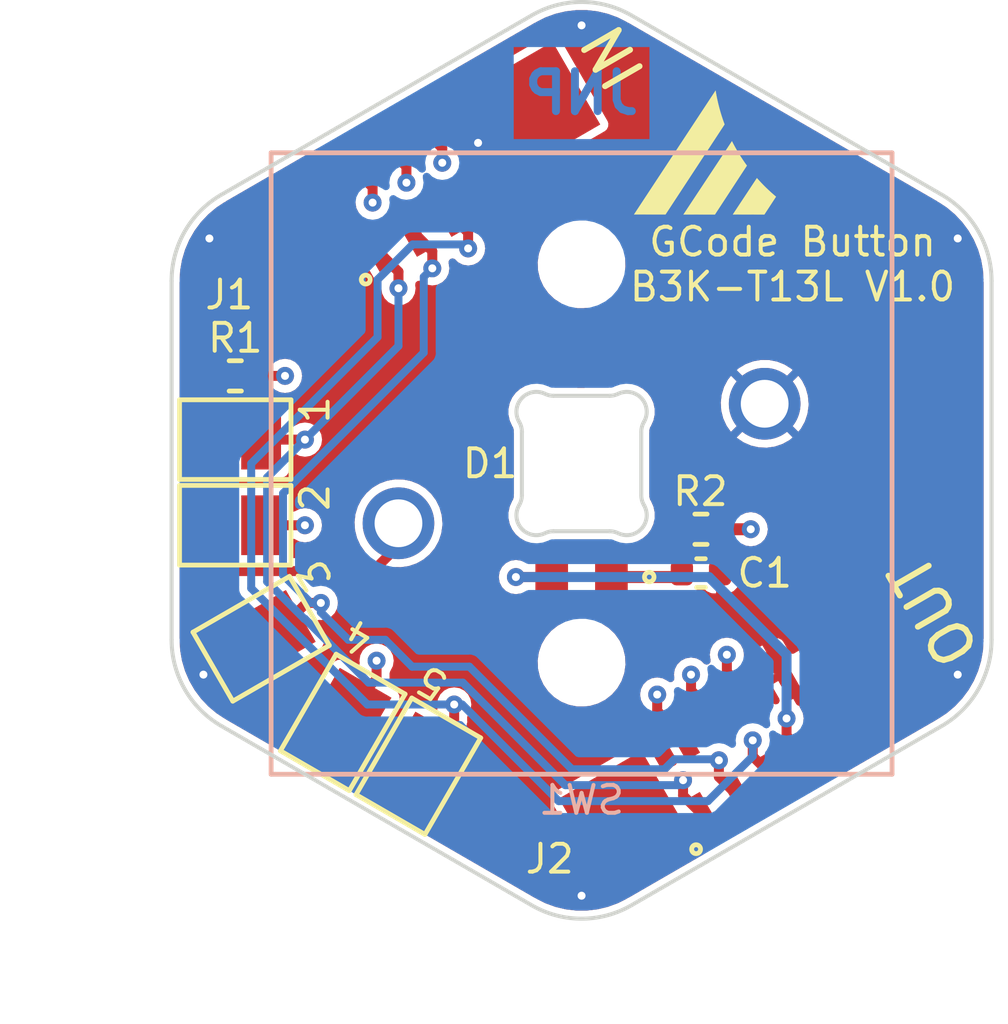
<source format=kicad_pcb>
(kicad_pcb (version 20211014) (generator pcbnew)
  (layers (0 "F.Cu" signal) (1 "In1.Cu" signal) (2 "In2.Cu" signal) (31 "B.Cu" signal) (34 "B.Paste" user) (35 "F.Paste" user) (36 "B.SilkS" user "B.Silkscreen") (37 "F.SilkS" user "F.Silkscreen") (38 "B.Mask" user) (39 "F.Mask" user) (44 "Edge.Cuts" user))
  (net 0 "")
  (net 1 "Net-(C1-Pad1)")
  (net 2 "+5V")
  (net 3 "GND")
  (net 4 "Din")
  (net 5 "Net-(J1-Pad4)")
  (net 6 "Net-(J1-Pad1)")
  (net 7 "Net-(J1-Pad2)")
  (net 8 "Net-(J1-Pad3)")
  (net 9 "Net-(J1-Pad5)")
  (net 10 "Dout")
  (net 11 "Net-(JP1-Pad1)")
  (footprint "Library_B3K-T13L:SolderJumper-2_P1.3mm_Open_Pad1.0x1.5mm" (layer "F.Cu") (at 95.9 107.6 60)
    (fp_text reference "JP5" hide)
    (fp_text value "Jumper_2_Open")
    (fp_line (start 1.4 -1) (end 1.4 1) (layer "F.SilkS") (width 0.12))
    (fp_line (start -1.4 1) (end -1.4 -1) (layer "F.SilkS") (width 0.12))
    (fp_line (start -1.4 -1) (end 1.4 -1) (layer "F.SilkS") (width 0.12))
    (fp_line (start 1.4 1) (end -1.4 1) (layer "F.SilkS") (width 0.12))
    (pad "1" smd rect (at -0.65 0 60) (size 1 1.5) (layers "F.Cu" "F.Mask") (net 11 "Net-(JP1-Pad1)"))
    (pad "2" smd rect (at 0.65 0 60) (size 1 1.5) (layers "F.Cu" "F.Mask") (net 9 "Net-(J1-Pad5)"))
  )
  (footprint "Library_B3K-T13L:SK6812MINI-E" (layer "F.Cu") (at 100 100 90)
    (fp_text reference "D1" (at 0 -2.3) (layer "F.SilkS") (effects (font (size 0.7 0.7) (thickness 0.1))))
    (fp_text value "SK6812mini-e")
    (fp_circle (center -2.85 1.7) (end -2.73 1.7) (layer "F.SilkS") (width 0.12) (fill none))
    (fp_line (start 1.699999 -0.702842) (end 1.699999 0.702842) (layer "Edge.Cuts") (width 0.1))
    (fp_line (start -1.699999 0.702842) (end -1.699999 -0.702842) (layer "Edge.Cuts") (width 0.1))
    (fp_line (start -0.794452 -1.499999) (end 0.794453 -1.499999) (layer "Edge.Cuts") (width 0.1))
    (fp_line (start 0.794452 1.5) (end -0.794452 1.5) (layer "Edge.Cuts") (width 0.1))
    (fp_arc (start 0.794452 1.5) (mid 0.925123 1.517377) (end 1.046711 1.568299) (layer "Edge.Cuts") (width 0.1))
    (fp_arc (start -1.046711 1.568297) (mid -1.63807 1.504034) (end -1.749484 0.91972) (layer "Edge.Cuts") (width 0.1))
    (fp_arc (start -1.749484 -0.91972) (mid -1.712527 -0.814068) (end -1.699999 -0.702842) (layer "Edge.Cuts") (width 0.1))
    (fp_arc (start 1.046711 -1.568298) (mid 1.638071 -1.504035) (end 1.749484 -0.91972) (layer "Edge.Cuts") (width 0.1))
    (fp_arc (start 1.749484 0.91972) (mid 1.71251 0.814071) (end 1.699999 0.702842) (layer "Edge.Cuts") (width 0.1))
    (fp_arc (start 1.749484 0.919719) (mid 1.638073 1.504037) (end 1.046711 1.568299) (layer "Edge.Cuts") (width 0.1))
    (fp_arc (start -0.794453 -1.5) (mid -0.925123 -1.517377) (end -1.046711 -1.568299) (layer "Edge.Cuts") (width 0.1))
    (fp_arc (start 1.046711 -1.568298) (mid 0.925123 -1.517376) (end 0.794453 -1.499999) (layer "Edge.Cuts") (width 0.1))
    (fp_arc (start -1.04671 1.568299) (mid -0.925122 1.517377) (end -0.794452 1.5) (layer "Edge.Cuts") (width 0.1))
    (fp_arc (start 1.699999 -0.702843) (mid 1.712526 -0.814069) (end 1.749484 -0.91972) (layer "Edge.Cuts") (width 0.1))
    (fp_arc (start -1.749484 -0.91972) (mid -1.638071 -1.504035) (end -1.046711 -1.568299) (layer "Edge.Cuts") (width 0.1))
    (fp_arc (start -1.699999 0.702843) (mid -1.712527 0.814068) (end -1.749484 0.91972) (layer "Edge.Cuts") (width 0.1))
    (pad "1" smd roundrect (at -2.85 0.75 180) (size 0.82 1.6) (layers "F.Cu" "F.Paste" "F.Mask") (roundrect_rratio 0.1) (net 1 "Net-(C1-Pad1)"))
    (pad "2" smd roundrect (at -2.85 -0.75 180) (size 0.82 1.6) (layers "F.Cu" "F.Paste" "F.Mask") (roundrect_rratio 0.1) (net 10 "Dout"))
    (pad "3" smd custom (at 2.85 -0.75) (size 0.6 0.6) (layers "F.Cu" "F.Paste" "F.Mask") (net 3 "GND") (options (clearance outline) (anchor circle)) (primitives (gr_poly (pts (xy 0.3 -0.515) (xy 0.295433 -0.537961) (xy 0.282426 -0.557426) (xy 0.262961 -0.570433) (xy 0.24 -0.575) (xy -0.24 -0.575) (xy -0.262961 -0.570433) (xy -0.282426 -0.557426) (xy -0.295433 -0.537961) (xy -0.3 -0.515) (xy -0.3 0.515) (xy -0.295433 0.537961) (xy -0.282426 0.557426) (xy -0.262961 0.570433) (xy -0.24 0.575) (xy 0.24 0.575) (xy 0.262961 0.570433) (xy 0.282426 0.557426) (xy 0.295433 0.537961) (xy 0.3 0.515)) (width 0) (fill yes)) (gr_poly (pts (xy -0.15 -0.775) (xy -0.45 -0.475) (xy -0.45 0.795) (xy 0.35 0.795) (xy 0.35 -0.775)) (width 0.01) (fill yes))))
    (pad "4" smd roundrect (at 2.85 0.75) (size 0.82 1.6) (layers "F.Cu" "F.Paste" "F.Mask") (roundrect_rratio 0.1) (net 4 "Din"))
  )
  (footprint "Library_B3K-T13L:R_0402_1005Metric" (layer "F.Cu") (at 91.3 97.8 180)
    (fp_text reference "R1" (at 0 0.95) (layer "F.SilkS") (effects (font (size 0.7 0.7) (thickness 0.1))))
    (fp_text value "10k")
    (fp_line (start -0.153641 0.38) (end 0.153641 0.38) (layer "F.SilkS") (width 0.12))
    (fp_line (start -0.153641 -0.38) (end 0.153641 -0.38) (layer "F.SilkS") (width 0.12))
    (pad "1" smd roundrect (at -0.51 0 180) (size 0.54 0.64) (layers "F.Cu" "F.Paste" "F.Mask") (net 2 "+5V"))
    (pad "2" smd roundrect (at 0.51 0 180) (size 0.54 0.64) (layers "F.Cu" "F.Paste" "F.Mask") (net 11 "Net-(JP1-Pad1)"))
  )
  (footprint "Library_B3K-T13L:SolderJumper-2_P1.3mm_Open_Pad1.0x1.5mm" (layer "F.Cu") (at 91.3 101.55)
    (fp_text reference "JP2" hide)
    (fp_text value "Jumper_2_Open")
    (fp_line (start -1.4 1) (end -1.4 -1) (layer "F.SilkS") (width 0.12))
    (fp_line (start 1.4 1) (end -1.4 1) (layer "F.SilkS") (width 0.12))
    (fp_line (start 1.4 -1) (end 1.4 1) (layer "F.SilkS") (width 0.12))
    (fp_line (start -1.4 -1) (end 1.4 -1) (layer "F.SilkS") (width 0.12))
    (pad "1" smd rect (at -0.65 0) (size 1 1.5) (layers "F.Cu" "F.Mask") (net 11 "Net-(JP1-Pad1)"))
    (pad "2" smd rect (at 0.65 0) (size 1 1.5) (layers "F.Cu" "F.Mask") (net 7 "Net-(J1-Pad2)"))
  )
  (footprint "Library_B3K-T13L:SolderJumper-2_P1.3mm_Open_Pad1.0x1.5mm" (layer "F.Cu") (at 91.3 99.4)
    (fp_text reference "JP1" hide)
    (fp_text value "Jumper_2_Open")
    (fp_line (start -1.4 1) (end -1.4 -1) (layer "F.SilkS") (width 0.12))
    (fp_line (start 1.4 -1) (end 1.4 1) (layer "F.SilkS") (width 0.12))
    (fp_line (start -1.4 -1) (end 1.4 -1) (layer "F.SilkS") (width 0.12))
    (fp_line (start 1.4 1) (end -1.4 1) (layer "F.SilkS") (width 0.12))
    (pad "1" smd rect (at -0.65 0) (size 1 1.5) (layers "F.Cu" "F.Mask") (net 11 "Net-(JP1-Pad1)"))
    (pad "2" smd rect (at 0.65 0) (size 1 1.5) (layers "F.Cu" "F.Mask") (net 6 "Net-(J1-Pad1)"))
  )
  (footprint "Library_B3K-T13L:R_0402_1005Metric" (layer "F.Cu") (at 103 101.65 180)
    (fp_text reference "R2" (at 0.015 0.95) (layer "F.SilkS") (effects (font (size 0.7 0.7) (thickness 0.1))))
    (fp_text value "100R")
    (fp_line (start -0.153641 0.38) (end 0.153641 0.38) (layer "F.SilkS") (width 0.12))
    (fp_line (start -0.153641 -0.38) (end 0.153641 -0.38) (layer "F.SilkS") (width 0.12))
    (pad "1" smd roundrect (at -0.51 0 180) (size 0.54 0.64) (layers "F.Cu" "F.Paste" "F.Mask") (net 2 "+5V"))
    (pad "2" smd roundrect (at 0.51 0 180) (size 0.54 0.64) (layers "F.Cu" "F.Paste" "F.Mask") (net 1 "Net-(C1-Pad1)"))
  )
  (footprint "Library_B3K-T13L:C_0402_1005Metric" (layer "F.Cu") (at 103 102.75)
    (fp_text reference "C1" (at 1.6 0) (layer "F.SilkS") (effects (font (size 0.7 0.7) (thickness 0.1))))
    (fp_text value "100n")
    (fp_line (start -0.107836 -0.36) (end 0.107836 -0.36) (layer "F.SilkS") (width 0.12))
    (fp_line (start -0.107836 0.36) (end 0.107836 0.36) (layer "F.SilkS") (width 0.12))
    (pad "1" smd roundrect (at -0.48 0) (size 0.56 0.62) (layers "F.Cu" "F.Paste" "F.Mask") (net 1 "Net-(C1-Pad1)"))
    (pad "2" smd roundrect (at 0.48 0) (size 0.56 0.62) (layers "F.Cu" "F.Paste" "F.Mask") (net 3 "GND"))
  )
  (footprint "Library_B3K-T13L:SolderJumper-2_P1.3mm_Open_Pad1.0x1.5mm" (layer "F.Cu") (at 91.95 104.4 30)
    (fp_text reference "JP3" hide)
    (fp_text value "Jumper_2_Open")
    (fp_line (start 1.4 -1) (end 1.4 1) (layer "F.SilkS") (width 0.12))
    (fp_line (start -1.4 -1) (end 1.4 -1) (layer "F.SilkS") (width 0.12))
    (fp_line (start -1.4 1) (end -1.4 -1) (layer "F.SilkS") (width 0.12))
    (fp_line (start 1.4 1) (end -1.4 1) (layer "F.SilkS") (width 0.12))
    (pad "1" smd rect (at -0.65 0 30) (size 1 1.5) (layers "F.Cu" "F.Mask") (net 11 "Net-(JP1-Pad1)"))
    (pad "2" smd rect (at 0.65 0 30) (size 1 1.5) (layers "F.Cu" "F.Mask") (net 8 "Net-(J1-Pad3)"))
  )
  (footprint "Library_B3K-T13L:JUSHUO AFC11-S08ICC-00" (layer "F.Cu") (at 95.8 92.8 30)
    (fp_text reference "J1" (at -5.508717 0.241377 unlocked) (layer "F.SilkS") (effects (font (size 0.7 0.7) (thickness 0.1))))
    (fp_text value "Conn_01x08")
    (fp_circle (center -2.35 1.625) (end -2.45 1.575) (layer "F.SilkS") (width 0.12) (fill none))
    (pad "1" smd rect (at -1.75 1.1 30) (size 0.4 1.35) (layers "F.Cu" "F.Paste" "F.Mask") (net 6 "Net-(J1-Pad1)"))
    (pad "2" smd rect (at -1.25 -1.1 30) (size 0.4 1.35) (layers "F.Cu" "F.Paste" "F.Mask") (net 7 "Net-(J1-Pad2)"))
    (pad "3" smd rect (at -0.75 1.1 30) (size 0.4 1.35) (layers "F.Cu" "F.Paste" "F.Mask") (net 8 "Net-(J1-Pad3)"))
    (pad "4" smd rect (at -0.25 -1.1 30) (size 0.4 1.35) (layers "F.Cu" "F.Paste" "F.Mask") (net 5 "Net-(J1-Pad4)"))
    (pad "5" smd rect (at 0.25 1.1 30) (size 0.4 1.35) (layers "F.Cu" "F.Paste" "F.Mask") (net 9 "Net-(J1-Pad5)"))
    (pad "6" smd rect (at 0.75 -1.1 30) (size 0.4 1.35) (layers "F.Cu" "F.Paste" "F.Mask") (net 2 "+5V"))
    (pad "7" smd rect (at 1.25 1.1 30) (size 0.4 1.35) (layers "F.Cu" "F.Paste" "F.Mask") (net 4 "Din"))
    (pad "8" smd rect (at 1.75 -1.1 30) (size 0.4 1.35) (layers "F.Cu" "F.Paste" "F.Mask") (net 3 "GND"))
    (pad "MP" smd rect (at 3.5 0 210) (size 2.4 2.4) (layers "F.Cu" "F.Paste" "F.Mask"))
    (pad "MP" smd rect (at -3.5 0 210) (size 2.4 2.4) (layers "F.Cu" "F.Paste" "F.Mask"))
  )
  (footprint "Library_B3K-T13L:JUSHUO AFC11-S08ICC-00" (layer "F.Cu") (at 104.1 107.1 30)
    (fp_text reference "J2" (at -5.656921 -0.001925 unlocked) (layer "F.SilkS") (effects (font (size 0.7 0.7) (thickness 0.1))))
    (fp_text value "Conn_01x08")
    (fp_circle (center -2.35 1.625) (end -2.45 1.575) (layer "F.SilkS") (width 0.12) (fill none))
    (pad "1" smd rect (at -1.75 1.1 30) (size 0.4 1.35) (layers "F.Cu" "F.Paste" "F.Mask") (net 6 "Net-(J1-Pad1)"))
    (pad "2" smd rect (at -1.25 -1.1 30) (size 0.4 1.35) (layers "F.Cu" "F.Paste" "F.Mask") (net 7 "Net-(J1-Pad2)"))
    (pad "3" smd rect (at -0.75 1.1 30) (size 0.4 1.35) (layers "F.Cu" "F.Paste" "F.Mask") (net 8 "Net-(J1-Pad3)"))
    (pad "4" smd rect (at -0.25 -1.1 30) (size 0.4 1.35) (layers "F.Cu" "F.Paste" "F.Mask") (net 5 "Net-(J1-Pad4)"))
    (pad "5" smd rect (at 0.25 1.1 30) (size 0.4 1.35) (layers "F.Cu" "F.Paste" "F.Mask") (net 9 "Net-(J1-Pad5)"))
    (pad "6" smd rect (at 0.75 -1.1 30) (size 0.4 1.35) (layers "F.Cu" "F.Paste" "F.Mask") (net 2 "+5V"))
    (pad "7" smd rect (at 1.25 1.1 30) (size 0.4 1.35) (layers "F.Cu" "F.Paste" "F.Mask") (net 10 "Dout"))
    (pad "8" smd rect (at 1.75 -1.1 30) (size 0.4 1.35) (layers "F.Cu" "F.Paste" "F.Mask") (net 3 "GND"))
    (pad "MP" smd rect (at 3.5 0 210) (size 2.4 2.4) (layers "F.Cu" "F.Paste" "F.Mask"))
    (pad "MP" smd rect (at -3.5 0 210) (size 2.4 2.4) (layers "F.Cu" "F.Paste" "F.Mask"))
  )
  (footprint "Library_B3K-T13L:SolderJumper-2_P1.3mm_Open_Pad1.0x1.5mm" (layer "F.Cu") (at 94 106.5 60)
    (fp_text reference "JP4" hide)
    (fp_text value "Jumper_2_Open")
    (fp_line (start 1.4 -1) (end 1.4 1) (layer "F.SilkS") (width 0.12))
    (fp_line (start -1.4 -1) (end 1.4 -1) (layer "F.SilkS") (width 0.12))
    (fp_line (start 1.4 1) (end -1.4 1) (layer "F.SilkS") (width 0.12))
    (fp_line (start -1.4 1) (end -1.4 -1) (layer "F.SilkS") (width 0.12))
    (pad "1" smd rect (at -0.65 0 60) (size 1 1.5) (layers "F.Cu" "F.Mask") (net 11 "Net-(JP1-Pad1)"))
    (pad "2" smd rect (at 0.65 0 60) (size 1 1.5) (layers "F.Cu" "F.Mask") (net 5 "Net-(J1-Pad4)"))
  )
  (footprint "Library_B3K-T13L:B3K-T13L" (layer "B.Cu") (at 100 100 180)
    (fp_text reference "SW1" (at 0 -8.45 unlocked) (layer "B.SilkS") (effects (font (size 0.7 0.7) (thickness 0.1)) (justify mirror)))
    (fp_text value "SW_Push")
    (fp_line (start 7.8 -7.8) (end -7.8 -7.8) (layer "B.SilkS") (width 0.12))
    (fp_line (start -7.8 -7.8) (end -7.8 7.8) (layer "B.SilkS") (width 0.12))
    (fp_line (start -7.8 7.8) (end 7.8 7.8) (layer "B.SilkS") (width 0.12))
    (fp_line (start 7.8 7.8) (end 7.8 -7.8) (layer "B.SilkS") (width 0.12))
    (pad "" np_thru_hole circle (at 0 5 180) (size 1.7 1.7) (drill 1.7) (layers F&B.Cu *.Mask))
    (pad "" np_thru_hole circle (at 0 -5 180) (size 1.7 1.7) (drill 1.7) (layers F&B.Cu *.Mask))
    (pad "1" thru_hole circle (at 4.6 -1.5 180) (size 1.8 1.8) (drill 1.2) (layers *.Cu *.Mask) (net 11 "Net-(JP1-Pad1)"))
    (pad "2" thru_hole circle (at -4.6 1.5 180) (size 1.8 1.8) (drill 1.2) (layers *.Cu *.Mask) (net 3 "GND"))
  )
  (gr_poly (pts (xy 103.819224 91.987496) (xy 103.862379 92.06692) (xy 103.907118 92.145345) (xy 103.95342 92.222748) (xy 104.001264 92.299107) (xy 104.050632 92.374399) (xy 104.101502 92.448603) (xy 104.153854 92.521696) (xy 103.35 93.75) (xy 102.558591 93.748873) (xy 103.777672 91.907095)) (layer "F.SilkS") (width 0.003) (fill solid))
  (gr_poly (pts (xy 103.386039 90.745231) (xy 103.407846 90.854151) (xy 103.432373 90.962423) (xy 103.459545 91.069848) (xy 103.489287 91.176222) (xy 103.521525 91.281347) (xy 103.556184 91.385021) (xy 103.593189 91.487043) (xy 102.109011 93.748278) (xy 101.317365 93.747444) (xy 103.367026 90.635865)) (layer "F.SilkS") (width 0.003) (fill solid))
  (gr_poly (pts (xy 104.46079 92.895867) (xy 104.518096 92.957178) (xy 104.576556 93.017372) (xy 104.636152 93.076434) (xy 104.696867 93.134346) (xy 104.758683 93.191091) (xy 104.821583 93.246653) (xy 104.885549 93.301015) (xy 104.885549 93.301023) (xy 104.592354 93.75) (xy 103.799818 93.748278) (xy 104.404655 92.833457)) (layer "F.SilkS") (width 0.003) (fill solid))
  (gr_line (start 90.950001 93.251829) (end 98.75 88.748496) (layer "Edge.Cuts") (width 0.1))
  (gr_arc (start 90.949999 106.588621) (mid 90.034912 105.673568) (end 89.699999 104.423558) (layer "Edge.Cuts") (width 0.1))
  (gr_arc (start 110.300001 104.423557) (mid 109.965044 105.67354) (end 109.05 106.588622) (layer "Edge.Cuts") (width 0.1))
  (gr_line (start 110.299999 95.416892) (end 110.300001 104.423557) (layer "Edge.Cuts") (width 0.1))
  (gr_line (start 98.75 111.091953) (end 90.949999 106.588621) (layer "Edge.Cuts") (width 0.1))
  (gr_arc (start 109.049999 93.251829) (mid 109.965058 94.166889) (end 110.299999 95.416892) (layer "Edge.Cuts") (width 0.1))
  (gr_line (start 101.249999 88.748496) (end 109.049999 93.251829) (layer "Edge.Cuts") (width 0.1))
  (gr_arc (start 89.699999 95.416895) (mid 90.034939 94.166897) (end 90.950001 93.251829) (layer "Edge.Cuts") (width 0.1))
  (gr_arc (start 98.75 88.748496) (mid 100 88.413559) (end 101.249999 88.748496) (layer "Edge.Cuts") (width 0.1))
  (gr_arc (start 101.25 111.091952) (mid 99.999998 111.426898) (end 98.75 111.091953) (layer "Edge.Cuts") (width 0.1))
  (gr_line (start 109.05 106.588622) (end 101.25 111.091952) (layer "Edge.Cuts") (width 0.1))
  (gr_line (start 89.699999 104.423558) (end 89.699999 95.416895) (layer "Edge.Cuts") (width 0.1))
  (gr_text "JNP" (at 100 90.7) (layer "B.Cu") (effects (font (size 1 1) (thickness 0.2)) (justify mirror)))
  (gr_text "OUT" (at 108.85 103.7 120) (layer "F.SilkS") (effects (font (size 1 1))))
  (gr_text "IN" (at 100.8 89.8 120) (layer "F.SilkS") (effects (font (size 1 1))))
  (gr_text "GCode Button\nB3K-T13L V1.0" (at 105.3 95) (layer "F.SilkS") (effects (font (size 0.7 0.7) (thickness 0.1))))
  (gr_text "4" (at 94.4 104.35 150) (layer "F.SilkS") (effects (font (size 0.7 0.7) (thickness 0.1))))
  (gr_text "5" (at 96.25 105.5 150) (layer "F.SilkS") (effects (font (size 0.7 0.7) (thickness 0.1))))
  (gr_text "2" (at 93.3 100.85 90) (layer "F.SilkS") (effects (font (size 0.7 0.7) (thickness 0.1))))
  (gr_text "3" (at 93.3 102.8 120) (layer "F.SilkS") (effects (font (size 0.7 0.7) (thickness 0.1))))
  (gr_text "1" (at 93.3 98.65 90) (layer "F.SilkS") (effects (font (size 0.7 0.7) (thickness 0.1))))
  (segment (start 102.52 101.68) (end 102.49 101.65) (width 0.3) (layer "F.Cu") (net 1))
  (segment (start 100.75 102.85) (end 102.42 102.85) (width 0.3) (layer "F.Cu") (net 1))
  (segment (start 102.42 102.85) (end 102.52 102.75) (width 0.3) (layer "F.Cu") (net 1))
  (segment (start 102.52 102.75) (end 102.52 101.68) (width 0.3) (layer "F.Cu") (net 1))
  (segment (start 103.51 101.65) (end 104.25 101.65) (width 0.3) (layer "F.Cu") (net 2))
  (segment (start 92.55 97.8) (end 91.81 97.8) (width 0.25) (layer "F.Cu") (net 2))
  (segment (start 96.5 92.45) (end 96.5 92.082004) (width 0.25) (layer "F.Cu") (net 2))
  (segment (start 103.65 104.8) (end 103.65 105.232004) (width 0.25) (layer "F.Cu") (net 2))
  (segment (start 103.65 105.232004) (end 104.212019 105.794023) (width 0.25) (layer "F.Cu") (net 2))
  (segment (start 96.5 92.082004) (end 95.912019 91.494023) (width 0.25) (layer "F.Cu") (net 2))
  (via (at 103.65 104.8) (size 0.45) (drill 0.2) (layers "F.Cu" "B.Cu") (net 2))
  (via (at 92.55 97.8) (size 0.45) (drill 0.2) (layers "F.Cu" "B.Cu") (net 2))
  (via (at 96.5 92.45) (size 0.45) (drill 0.2) (layers "F.Cu" "B.Cu") (net 2))
  (via (at 104.25 101.65) (size 0.45) (drill 0.2) (layers "F.Cu" "B.Cu") (net 2))
  (via (at 90.65 94.35) (size 0.45) (drill 0.2) (layers "F.Cu" "B.Cu") (net 3))
  (via (at 109.45 94.35) (size 0.45) (drill 0.2) (layers "F.Cu" "B.Cu") (net 3))
  (via (at 100 110.85) (size 0.45) (drill 0.2) (layers "F.Cu" "B.Cu") (net 3))
  (via (at 109.45 105.3) (size 0.45) (drill 0.2) (layers "F.Cu" "B.Cu") (net 3))
  (via (at 97.4 91.95) (size 0.45) (drill 0.2) (layers "F.Cu" "B.Cu") (net 3))
  (via (at 100 89) (size 0.45) (drill 0.2) (layers "F.Cu" "B.Cu") (net 3))
  (via (at 90.5 105.3) (size 0.45) (drill 0.2) (layers "F.Cu" "B.Cu") (net 3))
  (segment (start 101.225001 96.674999) (end 100.75 97.15) (width 0.25) (layer "F.Cu") (net 4))
  (segment (start 100.65 93.7) (end 101.225001 94.275001) (width 0.25) (layer "F.Cu") (net 4))
  (segment (start 98 93.7) (end 100.65 93.7) (width 0.25) (layer "F.Cu") (net 4))
  (segment (start 101.225001 94.275001) (end 101.225001 96.674999) (width 0.25) (layer "F.Cu") (net 4))
  (segment (start 97.420032 93.105977) (end 97.420032 93.120032) (width 0.25) (layer "F.Cu") (net 4))
  (segment (start 97.420032 93.120032) (end 98 93.7) (width 0.25) (layer "F.Cu") (net 4))
  (segment (start 94.85 104.95) (end 94.85 105.412083) (width 0.25) (layer "F.Cu") (net 5))
  (segment (start 102.75 105.3) (end 102.75 105.698029) (width 0.25) (layer "F.Cu") (net 5))
  (segment (start 95.6 92.548029) (end 95.045994 91.994023) (width 0.25) (layer "F.Cu") (net 5))
  (segment (start 102.75 105.698029) (end 103.345994 106.294023) (width 0.25) (layer "F.Cu") (net 5))
  (segment (start 95.6 92.95) (end 95.6 92.548029) (width 0.25) (layer "F.Cu") (net 5))
  (segment (start 94.85 105.412083) (end 94.325 105.937083) (width 0.25) (layer "F.Cu") (net 5))
  (via (at 95.6 92.95) (size 0.45) (drill 0.2) (layers "F.Cu" "B.Cu") (net 5))
  (via (at 102.75 105.3) (size 0.45) (drill 0.2) (layers "F.Cu" "B.Cu") (net 5))
  (via (at 94.85 104.95) (size 0.45) (drill 0.2) (layers "F.Cu" "B.Cu") (net 5))
  (segment (start 102.55 107.95) (end 102.55 108.334021) (width 0.25) (layer "F.Cu") (net 6))
  (segment (start 102.55 108.334021) (end 103.121956 108.905977) (width 0.25) (layer "F.Cu") (net 6))
  (segment (start 95.4 95.6) (end 95.4 95.184021) (width 0.25) (layer "F.Cu") (net 6))
  (segment (start 95.4 95.184021) (end 94.821956 94.605977) (width 0.25) (layer "F.Cu") (net 6))
  (segment (start 91.95 99.4) (end 93.05 99.4) (width 0.25) (layer "F.Cu") (net 6))
  (via (at 102.55 107.95) (size 0.45) (drill 0.2) (layers "F.Cu" "B.Cu") (net 6))
  (via (at 93.05 99.4) (size 0.45) (drill 0.2) (layers "F.Cu" "B.Cu") (net 6))
  (via (at 95.4 95.6) (size 0.45) (drill 0.2) (layers "F.Cu" "B.Cu") (net 6))
  (segment (start 93.05 103.9) (end 94.65 105.5) (width 0.2) (layer "B.Cu") (net 6))
  (segment (start 93.05 99.4) (end 92.1 100.35) (width 0.2) (layer "B.Cu") (net 6))
  (segment (start 95.4 97.05) (end 93.05 99.4) (width 0.2) (layer "B.Cu") (net 6))
  (segment (start 92.1 102.965686) (end 93.034314 103.9) (width 0.2) (layer "B.Cu") (net 6))
  (segment (start 94.65 105.5) (end 97.015686 105.5) (width 0.2) (layer "B.Cu") (net 6))
  (segment (start 102.425 108.075) (end 102.55 107.95) (width 0.2) (layer "B.Cu") (net 6))
  (segment (start 95.4 95.6) (end 95.4 97.05) (width 0.2) (layer "B.Cu") (net 6))
  (segment (start 92.1 100.35) (end 92.1 102.965686) (width 0.2) (layer "B.Cu") (net 6))
  (segment (start 99.590686 108.075) (end 102.425 108.075) (width 0.2) (layer "B.Cu") (net 6))
  (segment (start 93.034314 103.9) (end 93.05 103.9) (width 0.2) (layer "B.Cu") (net 6))
  (segment (start 97.015686 105.5) (end 99.590686 108.075) (width 0.2) (layer "B.Cu") (net 6))
  (segment (start 94.75 93.064055) (end 94.179968 92.494023) (width 0.25) (layer "F.Cu") (net 7))
  (segment (start 101.9 105.8) (end 101.9 106.214055) (width 0.25) (layer "F.Cu") (net 7))
  (segment (start 91.95 101.55) (end 93.05 101.55) (width 0.25) (layer "F.Cu") (net 7))
  (segment (start 101.9 106.214055) (end 102.479968 106.794023) (width 0.25) (layer "F.Cu") (net 7))
  (segment (start 94.75 93.45) (end 94.75 93.064055) (width 0.25) (layer "F.Cu") (net 7))
  (via (at 93.05 101.55) (size 0.45) (drill 0.2) (layers "F.Cu" "B.Cu") (net 7))
  (via (at 94.75 93.45) (size 0.45) (drill 0.2) (layers "F.Cu" "B.Cu") (net 7))
  (via (at 101.9 105.8) (size 0.45) (drill 0.2) (layers "F.Cu" "B.Cu") (net 7))
  (segment (start 103.45 107.45) (end 103.45 107.867996) (width 0.25) (layer "F.Cu") (net 8))
  (segment (start 96.25 94.667996) (end 95.687981 94.105977) (width 0.25) (layer "F.Cu") (net 8))
  (segment (start 103.45 107.867996) (end 103.987981 108.405977) (width 0.25) (layer "F.Cu") (net 8))
  (segment (start 96.25 95.1) (end 96.25 94.667996) (width 0.25) (layer "F.Cu") (net 8))
  (segment (start 93.45 103.5) (end 93.087917 103.5) (width 0.25) (layer "F.Cu") (net 8))
  (segment (start 93.087917 103.5) (end 92.512917 104.075) (width 0.25) (layer "F.Cu") (net 8))
  (via (at 93.45 103.5) (size 0.45) (drill 0.2) (layers "F.Cu" "B.Cu") (net 8))
  (via (at 103.45 107.45) (size 0.45) (drill 0.2) (layers "F.Cu" "B.Cu") (net 8))
  (via (at 96.25 95.1) (size 0.45) (drill 0.2) (layers "F.Cu" "B.Cu") (net 8))
  (segment (start 103.425 107.425) (end 102.332537 107.425) (width 0.2) (layer "B.Cu") (net 8))
  (segment (start 93.45 103.55) (end 93.5 103.6) (width 0.25) (layer "B.Cu") (net 8))
  (segment (start 93.2 103.5) (end 93.45 103.5) (width 0.2) (layer "B.Cu") (net 8))
  (segment (start 96.035 97.215) (end 92.5 100.75) (width 0.2) (layer "B.Cu") (net 8))
  (segment (start 99.756372 107.675) (end 97.181372 105.1) (width 0.2) (layer "B.Cu") (net 8))
  (segment (start 96.035 95.315) (end 96.035 97.215) (width 0.2) (layer "B.Cu") (net 8))
  (segment (start 94.140686 104.425) (end 93.45 103.734314) (width 0.2) (layer "B.Cu") (net 8))
  (segment (start 102.082537 107.675) (end 99.756372 107.675) (width 0.2) (layer "B.Cu") (net 8))
  (segment (start 95.742463 105.1) (end 95.067463 104.425) (width 0.2) (layer "B.Cu") (net 8))
  (segment (start 97.181372 105.1) (end 95.742463 105.1) (width 0.2) (layer "B.Cu") (net 8))
  (segment (start 95.067463 104.425) (end 94.140686 104.425) (width 0.2) (layer "B.Cu") (net 8))
  (segment (start 102.332537 107.425) (end 102.082537 107.675) (width 0.2) (layer "B.Cu") (net 8))
  (segment (start 103.45 107.45) (end 103.425 107.425) (width 0.2) (layer "B.Cu") (net 8))
  (segment (start 93.45 103.734314) (end 93.45 103.5) (width 0.2) (layer "B.Cu") (net 8))
  (segment (start 92.5 100.75) (end 92.5 102.8) (width 0.2) (layer "B.Cu") (net 8))
  (segment (start 96.25 95.1) (end 96.035 95.315) (width 0.2) (layer "B.Cu") (net 8))
  (segment (start 92.5 102.8) (end 93.2 103.5) (width 0.2) (layer "B.Cu") (net 8))
  (segment (start 96.8 106.05) (end 96.8 106.462083) (width 0.25) (layer "F.Cu") (net 9))
  (segment (start 96.8 106.462083) (end 96.225 107.037083) (width 0.25) (layer "F.Cu") (net 9))
  (segment (start 104.3 107.351971) (end 104.854006 107.905977) (width 0.25) (layer "F.Cu") (net 9))
  (segment (start 97.15 94.6) (end 97.15 94.201971) (width 0.25) (layer "F.Cu") (net 9))
  (segment (start 104.3 106.95) (end 104.3 107.351971) (width 0.25) (layer "F.Cu") (net 9))
  (segment (start 97.15 94.201971) (end 96.554006 93.605977) (width 0.25) (layer "F.Cu") (net 9))
  (via (at 104.3 106.95) (size 0.45) (drill 0.2) (layers "F.Cu" "B.Cu") (net 9))
  (via (at 96.8 106.05) (size 0.45) (drill 0.2) (layers "F.Cu" "B.Cu") (net 9))
  (via (at 97.15 94.6) (size 0.45) (drill 0.2) (layers "F.Cu" "B.Cu") (net 9))
  (segment (start 94.875 95.382537) (end 94.875 96.825) (width 0.2) (layer "B.Cu") (net 9))
  (segment (start 104.3 107.35) (end 103.175 108.475) (width 0.2) (layer "B.Cu") (net 9))
  (segment (start 94.875 96.825) (end 91.7 100) (width 0.2) (layer "B.Cu") (net 9))
  (segment (start 97.15 94.6) (end 97.05 94.5) (width 0.2) (layer "B.Cu") (net 9))
  (segment (start 91.7 100) (end 91.7 103.131372) (width 0.2) (layer "B.Cu") (net 9))
  (segment (start 91.7 103.131372) (end 94.618628 106.05) (width 0.2) (layer "B.Cu") (net 9))
  (segment (start 94.618628 106.05) (end 96.8 106.05) (width 0.2) (layer "B.Cu") (net 9))
  (segment (start 104.3 106.95) (end 104.3 107.35) (width 0.2) (layer "B.Cu") (net 9))
  (segment (start 97.05 94.5) (end 95.757537 94.5) (width 0.2) (layer "B.Cu") (net 9))
  (segment (start 97 106.05) (end 96.8 106.05) (width 0.2) (layer "B.Cu") (net 9))
  (segment (start 95.757537 94.5) (end 94.875 95.382537) (width 0.2) (layer "B.Cu") (net 9))
  (segment (start 103.175 108.475) (end 99.425 108.475) (width 0.2) (layer "B.Cu") (net 9))
  (segment (start 99.425 108.475) (end 97 106.05) (width 0.2) (layer "B.Cu") (net 9))
  (segment (start 105.15 106.4) (end 105.15 106.835945) (width 0.25) (layer "F.Cu") (net 10))
  (segment (start 99.25 102.85) (end 98.35 102.85) (width 0.25) (layer "F.Cu") (net 10))
  (segment (start 105.15 106.835945) (end 105.720032 107.405977) (width 0.25) (layer "F.Cu") (net 10))
  (via (at 105.15 106.4) (size 0.45) (drill 0.2) (layers "F.Cu" "B.Cu") (net 10))
  (via (at 98.35 102.85) (size 0.45) (drill 0.2) (layers "F.Cu" "B.Cu") (net 10))
  (segment (start 105.15 106.4) (end 105.15 104.8) (width 0.25) (layer "B.Cu") (net 10))
  (segment (start 105.15 104.8) (end 103.2 102.85) (width 0.25) (layer "B.Cu") (net 10))
  (segment (start 103.2 102.85) (end 98.35 102.85) (width 0.25) (layer "B.Cu") (net 10))
  (segment (start 94.775 108.162917) (end 93.675 107.062917) (width 0.25) (layer "F.Cu") (net 11))
  (segment (start 94.76 102.7) (end 90.65 102.7) (width 0.25) (layer "F.Cu") (net 11))
  (segment (start 90.65 101.55) (end 90.65 102.7) (width 0.25) (layer "F.Cu") (net 11))
  (segment (start 90.65 102.7) (end 90.65 103.987917) (width 0.25) (layer "F.Cu") (net 11))
  (segment (start 95.4 101.5) (end 95.4 102.06) (width 0.25) (layer "F.Cu") (net 11))
  (segment (start 90.65 99.4) (end 90.65 97.94) (width 0.25) (layer "F.Cu") (net 11))
  (segment (start 91.387083 104.775) (end 91.387083 104.725) (width 0.25) (layer "F.Cu") (net 11))
  (segment (start 90.65 97.94) (end 90.79 97.8) (width 0.25) (layer "F.Cu") (net 11))
  (segment (start 90.65 99.4) (end 90.65 101.55) (width 0.25) (layer "F.Cu") (net 11))
  (segment (start 95.575 108.162917) (end 94.775 108.162917) (width 0.25) (layer "F.Cu") (net 11))
  (segment (start 90.65 103.987917) (end 91.387083 104.725) (width 0.25) (layer "F.Cu") (net 11))
  (segment (start 95.4 102.06) (end 94.76 102.7) (width 0.25) (layer "F.Cu") (net 11))
  (segment (start 93.675 107.062917) (end 91.387083 104.775) (width 0.25) (layer "F.Cu") (net 11))
  (zone (net 3) (net_name "GND") (layer "F.Cu") (connect_pads (clearance 0.2)) (min_thickness 0.2) (fill yes (thermal_gap 0.2) (thermal_bridge_width 0.2))
    (polygon (pts (xy 110.326185 111.449999) (xy 89.676185 111.45) (xy 89.676185 88.399999) (xy 110.326185 88.399999)))
  )
  (zone (net 3) (net_name "GND") (layer "B.Cu") (connect_pads (clearance 0.2)) (min_thickness 0.2) (fill yes (thermal_gap 0.2) (thermal_bridge_width 0.2))
    (polygon (pts (xy 89.676185 88.4) (xy 110.326185 88.4) (xy 110.326185 111.45) (xy 89.676185 111.45)))
  )
)
</source>
